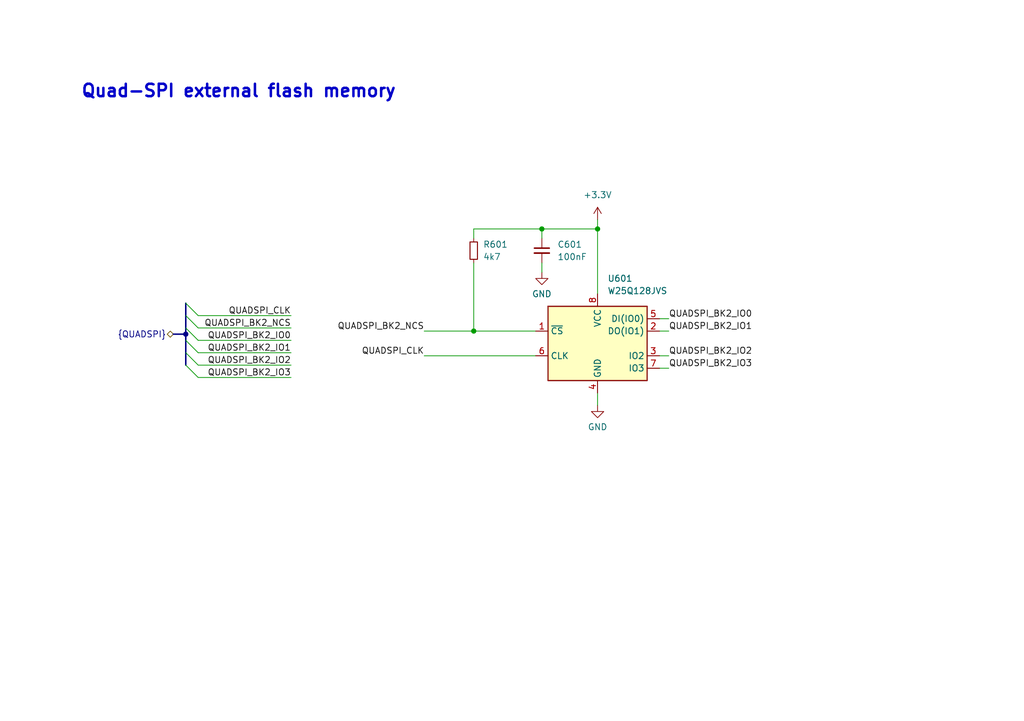
<source format=kicad_sch>
(kicad_sch (version 20211123) (generator eeschema)
  (paper "A5")
  (title_block (title "External Flash Memory") (company "EPFL Xplore") (comment 2 "Author: Vincent Nguyen"))
  (lib_symbols
    (symbol "Device:C_Small" (pin_numbers hide) (pin_names (offset 0.254) hide)
      (property "Reference" "C" (at 0.254 1.778 0))
      (property "Value" "C_Small" (at 0.254 -2.032 0))
      (symbol "C_Small_0_1"
        (polyline (pts (xy -1.524 -0.508) (xy 1.524 -0.508)) (stroke (width 0.3302)))
        (polyline (pts (xy -1.524 0.508) (xy 1.524 0.508)) (stroke (width 0.3048)))
      )
      (symbol "C_Small_1_1"
        (pin passive line (at 0 2.54 270) (length 2.032) (name "~") (number "1"))
        (pin passive line (at 0 -2.54 90) (length 2.032) (name "~") (number "2"))
      )
    )
    (symbol "Device:R_Small" (pin_numbers hide) (pin_names (offset 0.254) hide)
      (property "Reference" "R" (at 0.762 0.508 0))
      (property "Value" "R_Small" (at 0.762 -1.016 0))
      (symbol "R_Small_0_1"
        (rectangle (start -0.762 1.778) (end 0.762 -1.778) (stroke (width 0.2032)))
      )
      (symbol "R_Small_1_1"
        (pin passive line (at 0 2.54 270) (length 0.762) (name "~") (number "1"))
        (pin passive line (at 0 -2.54 90) (length 0.762) (name "~") (number "2"))
      )
    )
    (symbol "Memory_Flash:W25Q128JVS"
      (property "Reference" "U" (at -8.89 8.89 0))
      (property "Value" "W25Q128JVS" (at 7.62 8.89 0))
      (symbol "W25Q128JVS_0_1"
        (rectangle (start -10.16 7.62) (end 10.16 -7.62) (stroke (width 0.254)) (fill (type background)))
      )
      (symbol "W25Q128JVS_1_1"
        (pin input line (at -12.7 2.54 0) (length 2.54) (name "~{CS}") (number "1"))
        (pin bidirectional line (at 12.7 2.54 180) (length 2.54) (name "DO(IO1)") (number "2"))
        (pin bidirectional line (at 12.7 -2.54 180) (length 2.54) (name "IO2") (number "3"))
        (pin power_in line (at 0 -10.16 90) (length 2.54) (name "GND") (number "4"))
        (pin bidirectional line (at 12.7 5.08 180) (length 2.54) (name "DI(IO0)") (number "5"))
        (pin input line (at -12.7 -2.54 0) (length 2.54) (name "CLK") (number "6"))
        (pin bidirectional line (at 12.7 -5.08 180) (length 2.54) (name "IO3") (number "7"))
        (pin power_in line (at 0 10.16 270) (length 2.54) (name "VCC") (number "8"))
      )
    )
    (symbol "power:+3.3V" (power) (pin_names (offset 0))
      (property "Value" "+3.3V" (at 0 3.556 0))
      (symbol "+3.3V_0_1"
        (polyline (pts (xy -0.762 1.27) (xy 0 2.54)))
        (polyline (pts (xy 0 0) (xy 0 2.54)))
        (polyline (pts (xy 0 2.54) (xy 0.762 1.27)))
      )
      (symbol "+3.3V_1_1"
        (pin power_in line (at 0 0 90) (length 0) hide (name "+3.3V") (number "1"))
      )
    )
    (symbol "power:GND" (power) (pin_names (offset 0))
      (property "Value" "GND" (at 0 -3.81 0))
      (symbol "GND_0_1"
        (polyline (pts (xy 0 0) (xy 0 -1.27) (xy 1.27 -1.27) (xy 0 -2.54) (xy -1.27 -1.27) (xy 0 -1.27)))
      )
      (symbol "GND_1_1"
        (pin power_in line (at 0 0 270) (length 0) hide (name "GND") (number "1"))
      )
    )
  )
  (junction (at 111.125 46.99))
  (junction (at 97.155 67.945))
  (junction (at 122.555 46.99))
  (junction (at 38.1 68.58))
  (bus_entry (at 40.64 77.47) (size -2.54 -2.54))
  (bus_entry (at 40.64 69.85) (size -2.54 -2.54))
  (bus_entry (at 40.64 72.39) (size -2.54 -2.54))
  (bus_entry (at 40.64 67.31) (size -2.54 -2.54))
  (bus_entry (at 40.64 64.77) (size -2.54 -2.54))
  (bus_entry (at 40.64 74.93) (size -2.54 -2.54))
  (wire (pts (xy 59.69 77.47) (xy 40.64 77.47)))
  (wire (pts (xy 135.255 67.945) (xy 137.16 67.945)))
  (bus (pts (xy 38.1 68.58) (xy 38.1 69.85)))
  (bus (pts (xy 38.1 64.77) (xy 38.1 67.31)))
  (wire (pts (xy 59.69 72.39) (xy 40.64 72.39)))
  (wire (pts (xy 111.125 48.895) (xy 111.125 46.99)))
  (wire (pts (xy 97.155 67.945) (xy 109.855 67.945)))
  (wire (pts (xy 59.69 67.31) (xy 40.64 67.31)))
  (wire (pts (xy 135.255 75.565) (xy 137.16 75.565)))
  (wire (pts (xy 135.255 65.405) (xy 137.16 65.405)))
  (wire (pts (xy 59.69 69.85) (xy 40.64 69.85)))
  (bus (pts (xy 38.1 67.31) (xy 38.1 68.58)))
  (wire (pts (xy 86.995 73.025) (xy 109.855 73.025)))
  (wire (pts (xy 59.69 64.77) (xy 40.64 64.77)))
  (wire (pts (xy 122.555 45.085) (xy 122.555 46.99)))
  (bus (pts (xy 38.1 62.23) (xy 38.1 64.77)))
  (bus (pts (xy 38.1 69.85) (xy 38.1 72.39)))
  (wire (pts (xy 122.555 46.99) (xy 122.555 60.325)))
  (wire (pts (xy 97.155 53.975) (xy 97.155 67.945)))
  (bus (pts (xy 38.1 68.58) (xy 35.56 68.58)))
  (wire (pts (xy 86.995 67.945) (xy 97.155 67.945)))
  (bus (pts (xy 38.1 72.39) (xy 38.1 74.93)))
  (wire (pts (xy 97.155 46.99) (xy 111.125 46.99)))
  (wire (pts (xy 135.255 73.025) (xy 137.16 73.025)))
  (wire (pts (xy 122.555 46.99) (xy 111.125 46.99)))
  (wire (pts (xy 111.125 53.975) (xy 111.125 55.88)))
  (wire (pts (xy 97.155 46.99) (xy 97.155 48.895)))
  (wire (pts (xy 122.555 80.645) (xy 122.555 83.185)))
  (wire (pts (xy 59.69 74.93) (xy 40.64 74.93)))
  (text "Quad-SPI external flash memory" (at 16.51 20.32 0) (effects (font (size 2.54 2.54) bold) (justify left bottom)))
  (label "QUADSPI_BK2_IO2" (at 137.16 73.025 0))
  (label "QUADSPI_BK2_IO3" (at 137.16 75.565 0))
  (label "QUADSPI_BK2_IO3" (at 59.69 77.47 180))
  (label "QUADSPI_BK2_IO2" (at 59.69 74.93 180))
  (label "QUADSPI_BK2_NCS" (at 59.69 67.31 180))
  (label "QUADSPI_BK2_IO0" (at 137.16 65.405 0))
  (label "QUADSPI_CLK" (at 59.69 64.77 180))
  (label "QUADSPI_BK2_IO0" (at 59.69 69.85 180))
  (label "QUADSPI_CLK" (at 86.995 73.025 180))
  (label "QUADSPI_BK2_IO1" (at 59.69 72.39 180))
  (label "QUADSPI_BK2_NCS" (at 86.995 67.945 180))
  (label "QUADSPI_BK2_IO1" (at 137.16 67.945 0))
  (hierarchical_label "{QUADSPI}" (shape bidirectional) (at 35.56 68.58 180))
  (symbol (lib_id "power:GND") (at 111.125 55.88 0) (unit 1)
    (property "Reference" "#PWR0601" (effects hide))
    (property "Value" "GND" (at 111.125 60.325 0))
  )
  (symbol (lib_id "power:+3.3V") (at 122.555 45.085 0) (unit 1)
    (property "Reference" "#PWR0602" (effects hide))
    (property "Value" "+3.3V" (at 122.555 40.005 0))
  )
  (symbol (lib_id "Device:R_Small") (at 97.155 51.435 0) (unit 1)
    (property "Reference" "R601" (at 99.06 50.1649 0) (effects (justify left)))
    (property "Value" "4k7" (at 99.06 52.7049 0) (effects (justify left)))
    (property "Footprint" "Resistor_SMD:R_0402_1005Metric" (effects hide))
  )
  (symbol (lib_id "power:GND") (at 122.555 83.185 0) (unit 1)
    (property "Reference" "#PWR0603" (effects hide))
    (property "Value" "GND" (at 122.555 87.63 0))
  )
  (symbol (lib_id "Device:C_Small") (at 111.125 51.435 0) (unit 1)
    (property "Reference" "C601" (at 114.3 50.1712 0) (effects (justify left)))
    (property "Value" "100nF" (at 114.3 52.7112 0) (effects (justify left)))
    (property "Footprint" "Capacitor_SMD:C_0603_1608Metric" (effects hide))
  )
  (symbol (lib_id "Memory_Flash:W25Q128JVS") (at 122.555 70.485 0) (unit 1)
    (property "Reference" "U601" (at 124.5744 57.15 0) (effects (justify left)))
    (property "Value" "W25Q128JVS" (at 124.5744 59.69 0) (effects (justify left)))
    (property "Footprint" "Package_SO:SOIC-8_5.23x5.23mm_P1.27mm" (effects hide))
    (property "Datasheet" "http://www.winbond.com/resource-files/w25q128jv_dtr%20revc%2003272018%20plus.pdf" (effects hide))
    (property "Manufacturer ref" "W25Q128JVSIQ TR" (effects hide))
    (property "Digikey ref" "W25Q128JVSIQCT-ND" (effects hide))
  )
)
</source>
